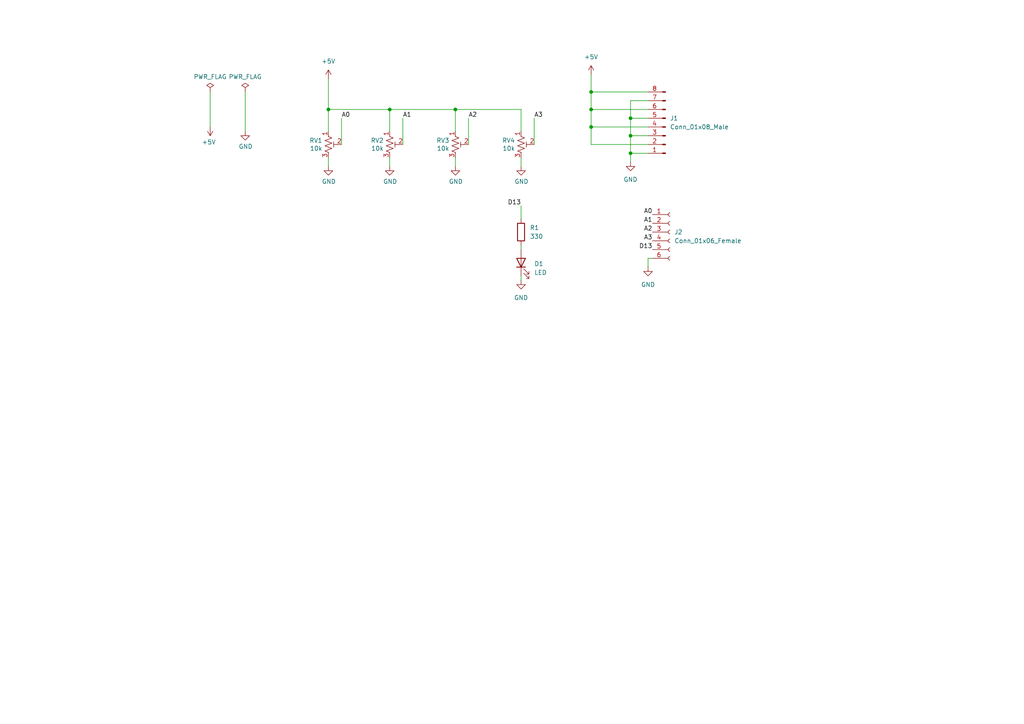
<source format=kicad_sch>
(kicad_sch (version 20211123) (generator eeschema)
  (paper "A4")
  (lib_symbols
    (symbol "Connector:Conn_01x06_Female" (pin_names (offset 1.016) hide)
      (property "Reference" "J" (at 0 7.62 0))
      (property "Value" "Conn_01x06_Female" (at 0 -10.16 0))
      (symbol "Conn_01x06_Female_1_1"
        (arc (start 0 -7.112) (mid -0.508 -7.62) (end 0 -8.128) (stroke (width 0.1524)))
        (arc (start 0 -4.572) (mid -0.508 -5.08) (end 0 -5.588) (stroke (width 0.1524)))
        (arc (start 0 -2.032) (mid -0.508 -2.54) (end 0 -3.048) (stroke (width 0.1524)))
        (polyline (pts (xy -1.27 -7.62) (xy -0.508 -7.62)) (stroke (width 0.1524)))
        (polyline (pts (xy -1.27 -5.08) (xy -0.508 -5.08)) (stroke (width 0.1524)))
        (polyline (pts (xy -1.27 -2.54) (xy -0.508 -2.54)) (stroke (width 0.1524)))
        (polyline (pts (xy -1.27 0) (xy -0.508 0)) (stroke (width 0.1524)))
        (polyline (pts (xy -1.27 2.54) (xy -0.508 2.54)) (stroke (width 0.1524)))
        (polyline (pts (xy -1.27 5.08) (xy -0.508 5.08)) (stroke (width 0.1524)))
        (arc (start 0 0.508) (mid -0.508 0) (end 0 -0.508) (stroke (width 0.1524)))
        (arc (start 0 3.048) (mid -0.508 2.54) (end 0 2.032) (stroke (width 0.1524)))
        (arc (start 0 5.588) (mid -0.508 5.08) (end 0 4.572) (stroke (width 0.1524)))
        (pin passive line (at -5.08 5.08 0) (length 3.81) (name "Pin_1") (number "1"))
        (pin passive line (at -5.08 2.54 0) (length 3.81) (name "Pin_2") (number "2"))
        (pin passive line (at -5.08 0 0) (length 3.81) (name "Pin_3") (number "3"))
        (pin passive line (at -5.08 -2.54 0) (length 3.81) (name "Pin_4") (number "4"))
        (pin passive line (at -5.08 -5.08 0) (length 3.81) (name "Pin_5") (number "5"))
        (pin passive line (at -5.08 -7.62 0) (length 3.81) (name "Pin_6") (number "6"))
      )
    )
    (symbol "Connector:Conn_01x08_Male" (pin_names (offset 1.016) hide)
      (property "Reference" "J" (at 0 10.16 0))
      (property "Value" "Conn_01x08_Male" (at 0 -12.7 0))
      (symbol "Conn_01x08_Male_1_1"
        (polyline (pts (xy 1.27 -10.16) (xy 0.8636 -10.16)) (stroke (width 0.1524)))
        (polyline (pts (xy 1.27 -7.62) (xy 0.8636 -7.62)) (stroke (width 0.1524)))
        (polyline (pts (xy 1.27 -5.08) (xy 0.8636 -5.08)) (stroke (width 0.1524)))
        (polyline (pts (xy 1.27 -2.54) (xy 0.8636 -2.54)) (stroke (width 0.1524)))
        (polyline (pts (xy 1.27 0) (xy 0.8636 0)) (stroke (width 0.1524)))
        (polyline (pts (xy 1.27 2.54) (xy 0.8636 2.54)) (stroke (width 0.1524)))
        (polyline (pts (xy 1.27 5.08) (xy 0.8636 5.08)) (stroke (width 0.1524)))
        (polyline (pts (xy 1.27 7.62) (xy 0.8636 7.62)) (stroke (width 0.1524)))
        (rectangle (start 0.8636 -10.033) (end 0 -10.287) (stroke (width 0.1524)) (fill (type outline)))
        (rectangle (start 0.8636 -7.493) (end 0 -7.747) (stroke (width 0.1524)) (fill (type outline)))
        (rectangle (start 0.8636 -4.953) (end 0 -5.207) (stroke (width 0.1524)) (fill (type outline)))
        (rectangle (start 0.8636 -2.413) (end 0 -2.667) (stroke (width 0.1524)) (fill (type outline)))
        (rectangle (start 0.8636 0.127) (end 0 -0.127) (stroke (width 0.1524)) (fill (type outline)))
        (rectangle (start 0.8636 2.667) (end 0 2.413) (stroke (width 0.1524)) (fill (type outline)))
        (rectangle (start 0.8636 5.207) (end 0 4.953) (stroke (width 0.1524)) (fill (type outline)))
        (rectangle (start 0.8636 7.747) (end 0 7.493) (stroke (width 0.1524)) (fill (type outline)))
        (pin passive line (at 5.08 7.62 180) (length 3.81) (name "Pin_1") (number "1"))
        (pin passive line (at 5.08 5.08 180) (length 3.81) (name "Pin_2") (number "2"))
        (pin passive line (at 5.08 2.54 180) (length 3.81) (name "Pin_3") (number "3"))
        (pin passive line (at 5.08 0 180) (length 3.81) (name "Pin_4") (number "4"))
        (pin passive line (at 5.08 -2.54 180) (length 3.81) (name "Pin_5") (number "5"))
        (pin passive line (at 5.08 -5.08 180) (length 3.81) (name "Pin_6") (number "6"))
        (pin passive line (at 5.08 -7.62 180) (length 3.81) (name "Pin_7") (number "7"))
        (pin passive line (at 5.08 -10.16 180) (length 3.81) (name "Pin_8") (number "8"))
      )
    )
    (symbol "Device:LED" (pin_numbers hide) (pin_names (offset 1.016) hide)
      (property "Reference" "D" (at 0 2.54 0))
      (property "Value" "LED" (at 0 -2.54 0))
      (symbol "LED_0_1"
        (polyline (pts (xy -1.27 -1.27) (xy -1.27 1.27)) (stroke (width 0.254)))
        (polyline (pts (xy -1.27 0) (xy 1.27 0)))
        (polyline (pts (xy 1.27 -1.27) (xy 1.27 1.27) (xy -1.27 0) (xy 1.27 -1.27)) (stroke (width 0.254)))
        (polyline (pts (xy -3.048 -0.762) (xy -4.572 -2.286) (xy -3.81 -2.286) (xy -4.572 -2.286) (xy -4.572 -1.524)))
        (polyline (pts (xy -1.778 -0.762) (xy -3.302 -2.286) (xy -2.54 -2.286) (xy -3.302 -2.286) (xy -3.302 -1.524)))
      )
      (symbol "LED_1_1"
        (pin passive line (at -3.81 0 0) (length 2.54) (name "K") (number "1"))
        (pin passive line (at 3.81 0 180) (length 2.54) (name "A") (number "2"))
      )
    )
    (symbol "Device:R" (pin_numbers hide) (pin_names (offset 0))
      (property "Reference" "R" (at 2.032 0 90))
      (property "Value" "R" (at 0 0 90))
      (symbol "R_0_1"
        (rectangle (start -1.016 -2.54) (end 1.016 2.54) (stroke (width 0.254)))
      )
      (symbol "R_1_1"
        (pin passive line (at 0 3.81 270) (length 1.27) (name "~") (number "1"))
        (pin passive line (at 0 -3.81 90) (length 1.27) (name "~") (number "2"))
      )
    )
    (symbol "Photo_Resistor_Sensing-rescue:+5V-power" (power) (pin_names (offset 0))
      (property "Value" "+5V-power" (at 0 3.556 0))
      (symbol "+5V-power_0_1"
        (polyline (pts (xy -0.762 1.27) (xy 0 2.54)))
        (polyline (pts (xy 0 0) (xy 0 2.54)))
        (polyline (pts (xy 0 2.54) (xy 0.762 1.27)))
      )
      (symbol "+5V-power_1_1"
        (pin power_in line (at 0 0 90) (length 0) hide (name "+5V") (number "1"))
      )
    )
    (symbol "Photo_Resistor_Sensing-rescue:GND-power" (power) (pin_names (offset 0))
      (property "Value" "GND-power" (at 0 -3.81 0))
      (symbol "GND-power_0_1"
        (polyline (pts (xy 0 0) (xy 0 -1.27) (xy 1.27 -1.27) (xy 0 -2.54) (xy -1.27 -1.27) (xy 0 -1.27)))
      )
      (symbol "GND-power_1_1"
        (pin power_in line (at 0 0 270) (length 0) hide (name "GND") (number "1"))
      )
    )
    (symbol "Photo_Resistor_Sensing-rescue:PWR_FLAG-power" (power) (pin_numbers hide) (pin_names (offset 0) hide)
      (property "Value" "PWR_FLAG-power" (at 0 3.81 0))
      (symbol "PWR_FLAG-power_0_0"
        (pin power_out line (at 0 0 90) (length 0) (name "pwr") (number "1"))
      )
      (symbol "PWR_FLAG-power_0_1"
        (polyline (pts (xy 0 0) (xy 0 1.27) (xy -1.016 1.905) (xy 0 2.54) (xy 1.016 1.905) (xy 0 1.27)))
      )
    )
    (symbol "Photo_Resistor_Sensing-rescue:R_POT_TRIM_US-Device" (pin_names (offset 1.016) hide)
      (property "Reference" "RV" (at -4.445 0 90))
      (property "Value" "R_POT_TRIM_US-Device" (at -2.54 0 90))
      (symbol "R_POT_TRIM_US-Device_0_1"
        (polyline (pts (xy 0 -2.286) (xy 0 -2.54)))
        (polyline (pts (xy 0 2.286) (xy 0 2.54)))
        (polyline (pts (xy 1.524 0.762) (xy 1.524 -0.762)))
        (polyline (pts (xy 2.54 0) (xy 1.524 0)))
        (polyline (pts (xy 0 -0.762) (xy 1.016 -1.143) (xy 0 -1.524) (xy -1.016 -1.905) (xy 0 -2.286)))
        (polyline (pts (xy 0 0.762) (xy 1.016 0.381) (xy 0 0) (xy -1.016 -0.381) (xy 0 -0.762)))
        (polyline (pts (xy 0 2.286) (xy 1.016 1.905) (xy 0 1.524) (xy -1.016 1.143) (xy 0 0.762)))
      )
      (symbol "R_POT_TRIM_US-Device_1_1"
        (pin passive line (at 0 3.81 270) (length 1.27) (name "1") (number "1"))
        (pin passive line (at 3.81 0 180) (length 1.27) (name "2") (number "2"))
        (pin passive line (at 0 -3.81 90) (length 1.27) (name "3") (number "3"))
      )
    )
    (symbol "power:+5V" (power) (pin_names (offset 0))
      (property "Value" "+5V" (at 0 3.556 0))
      (symbol "+5V_0_1"
        (polyline (pts (xy -0.762 1.27) (xy 0 2.54)))
        (polyline (pts (xy 0 0) (xy 0 2.54)))
        (polyline (pts (xy 0 2.54) (xy 0.762 1.27)))
      )
      (symbol "+5V_1_1"
        (pin power_in line (at 0 0 90) (length 0) hide (name "+5V") (number "1"))
      )
    )
    (symbol "power:GND" (power) (pin_names (offset 0))
      (property "Value" "GND" (at 0 -3.81 0))
      (symbol "GND_0_1"
        (polyline (pts (xy 0 0) (xy 0 -1.27) (xy 1.27 -1.27) (xy 0 -2.54) (xy -1.27 -1.27) (xy 0 -1.27)))
      )
      (symbol "GND_1_1"
        (pin power_in line (at 0 0 270) (length 0) hide (name "GND") (number "1"))
      )
    )
  )
  (junction (at 182.88 39.37))
  (junction (at 113.03 31.75))
  (junction (at 171.45 36.83))
  (junction (at 171.45 31.75))
  (junction (at 132.08 31.75))
  (junction (at 95.25 31.75))
  (junction (at 171.45 26.67))
  (junction (at 182.88 34.29))
  (junction (at 182.88 44.45))
  (wire (pts (xy 182.88 34.29) (xy 182.88 39.37)))
  (wire (pts (xy 182.88 34.29) (xy 187.96 34.29)))
  (wire (pts (xy 113.03 38.1) (xy 113.03 31.75)))
  (wire (pts (xy 95.25 45.72) (xy 95.25 48.26)))
  (wire (pts (xy 171.45 36.83) (xy 171.45 31.75)))
  (wire (pts (xy 151.13 45.72) (xy 151.13 48.26)))
  (wire (pts (xy 132.08 31.75) (xy 113.03 31.75)))
  (wire (pts (xy 135.89 41.91) (xy 135.89 34.29)))
  (wire (pts (xy 171.45 31.75) (xy 187.96 31.75)))
  (wire (pts (xy 187.96 74.93) (xy 187.96 77.47)))
  (wire (pts (xy 151.13 31.75) (xy 132.08 31.75)))
  (wire (pts (xy 171.45 36.83) (xy 187.96 36.83)))
  (wire (pts (xy 187.96 39.37) (xy 182.88 39.37)))
  (wire (pts (xy 171.45 41.91) (xy 187.96 41.91)))
  (wire (pts (xy 171.45 21.59) (xy 171.45 26.67)))
  (wire (pts (xy 116.84 41.91) (xy 116.84 34.29)))
  (wire (pts (xy 189.23 74.93) (xy 187.96 74.93)))
  (wire (pts (xy 182.88 29.21) (xy 182.88 34.29)))
  (wire (pts (xy 151.13 38.1) (xy 151.13 31.75)))
  (wire (pts (xy 151.13 59.69) (xy 151.13 63.5)))
  (wire (pts (xy 132.08 45.72) (xy 132.08 48.26)))
  (wire (pts (xy 113.03 31.75) (xy 95.25 31.75)))
  (wire (pts (xy 151.13 71.12) (xy 151.13 72.39)))
  (wire (pts (xy 187.96 29.21) (xy 182.88 29.21)))
  (wire (pts (xy 95.25 22.86) (xy 95.25 31.75)))
  (wire (pts (xy 99.06 41.91) (xy 99.06 34.29)))
  (wire (pts (xy 151.13 80.01) (xy 151.13 81.28)))
  (wire (pts (xy 71.12 26.67) (xy 71.12 38.1)))
  (wire (pts (xy 113.03 45.72) (xy 113.03 48.26)))
  (wire (pts (xy 182.88 39.37) (xy 182.88 44.45)))
  (wire (pts (xy 182.88 44.45) (xy 182.88 46.99)))
  (wire (pts (xy 171.45 26.67) (xy 187.96 26.67)))
  (wire (pts (xy 60.96 26.67) (xy 60.96 36.83)))
  (wire (pts (xy 182.88 44.45) (xy 187.96 44.45)))
  (wire (pts (xy 154.94 41.91) (xy 154.94 34.29)))
  (wire (pts (xy 171.45 31.75) (xy 171.45 26.67)))
  (wire (pts (xy 95.25 38.1) (xy 95.25 31.75)))
  (wire (pts (xy 132.08 38.1) (xy 132.08 31.75)))
  (wire (pts (xy 171.45 41.91) (xy 171.45 36.83)))
  (label "A1" (at 116.84 34.29 0))
  (label "A2" (at 135.89 34.29 0))
  (label "A1" (at 189.23 64.77 180))
  (label "D13" (at 189.23 72.39 180))
  (label "A0" (at 99.06 34.29 0))
  (label "D13" (at 151.13 59.69 180))
  (label "A3" (at 189.23 69.85 180))
  (label "A3" (at 154.94 34.29 0))
  (label "A2" (at 189.23 67.31 180))
  (label "A0" (at 189.23 62.23 180))
  (symbol (lib_id "Photo_Resistor_Sensing-rescue:+5V-power") (at 60.96 36.83 180) (unit 1)
    (property "Reference" "#PWR0101" (effects hide))
    (property "Value" "+5V" (at 60.579 41.2242 0))
  )
  (symbol (lib_id "Photo_Resistor_Sensing-rescue:PWR_FLAG-power") (at 60.96 26.67 0) (unit 1)
    (property "Reference" "#FLG0101" (effects hide))
    (property "Value" "PWR_FLAG" (at 60.96 22.2758 0))
  )
  (symbol (lib_id "Photo_Resistor_Sensing-rescue:PWR_FLAG-power") (at 71.12 26.67 0) (unit 1)
    (property "Reference" "#FLG0102" (effects hide))
    (property "Value" "PWR_FLAG" (at 71.12 22.2758 0))
  )
  (symbol (lib_id "Photo_Resistor_Sensing-rescue:GND-power") (at 71.12 38.1 0) (unit 1)
    (property "Reference" "#PWR0102" (effects hide))
    (property "Value" "GND" (at 71.247 42.4942 0))
  )
  (symbol (lib_id "Photo_Resistor_Sensing-rescue:R_POT_TRIM_US-Device") (at 95.25 41.91 0) (unit 1)
    (property "Reference" "RV1" (at 93.5228 40.7416 0) (effects (justify right)))
    (property "Value" "10k" (at 93.5228 43.053 0) (effects (justify right)))
    (property "Footprint" "Potentiometer_THT:Potentiometer_Bourns_3386P_Vertical" (effects hide))
  )
  (symbol (lib_id "Photo_Resistor_Sensing-rescue:R_POT_TRIM_US-Device") (at 113.03 41.91 0) (unit 1)
    (property "Reference" "RV2" (at 111.3028 40.7416 0) (effects (justify right)))
    (property "Value" "10k" (at 111.3028 43.053 0) (effects (justify right)))
    (property "Footprint" "Potentiometer_THT:Potentiometer_Bourns_3386P_Vertical" (effects hide))
  )
  (symbol (lib_id "Photo_Resistor_Sensing-rescue:R_POT_TRIM_US-Device") (at 132.08 41.91 0) (unit 1)
    (property "Reference" "RV3" (at 130.3528 40.7416 0) (effects (justify right)))
    (property "Value" "10k" (at 130.3528 43.053 0) (effects (justify right)))
    (property "Footprint" "Potentiometer_THT:Potentiometer_Bourns_3386P_Vertical" (effects hide))
  )
  (symbol (lib_id "Photo_Resistor_Sensing-rescue:R_POT_TRIM_US-Device") (at 151.13 41.91 0) (unit 1)
    (property "Reference" "RV4" (at 149.4028 40.7416 0) (effects (justify right)))
    (property "Value" "10k" (at 149.4028 43.053 0) (effects (justify right)))
    (property "Footprint" "Potentiometer_THT:Potentiometer_Bourns_3386P_Vertical" (effects hide))
  )
  (symbol (lib_id "Photo_Resistor_Sensing-rescue:GND-power") (at 95.25 48.26 0) (unit 1)
    (property "Reference" "#PWR0103" (effects hide))
    (property "Value" "GND" (at 95.377 52.6542 0))
  )
  (symbol (lib_id "Photo_Resistor_Sensing-rescue:GND-power") (at 113.03 48.26 0) (unit 1)
    (property "Reference" "#PWR0104" (effects hide))
    (property "Value" "GND" (at 113.157 52.6542 0))
  )
  (symbol (lib_id "Photo_Resistor_Sensing-rescue:GND-power") (at 132.08 48.26 0) (unit 1)
    (property "Reference" "#PWR0105" (effects hide))
    (property "Value" "GND" (at 132.207 52.6542 0))
  )
  (symbol (lib_id "Photo_Resistor_Sensing-rescue:GND-power") (at 151.13 48.26 0) (unit 1)
    (property "Reference" "#PWR0106" (effects hide))
    (property "Value" "GND" (at 151.257 52.6542 0))
  )
  (symbol (lib_id "power:+5V") (at 171.45 21.59 0) (unit 1)
    (property "Reference" "#PWR0108" (effects hide))
    (property "Value" "+5V" (at 171.45 16.51 0))
  )
  (symbol (lib_id "Device:R") (at 151.13 67.31 0) (unit 1)
    (property "Reference" "R1" (at 153.67 66.0399 0) (effects (justify left)))
    (property "Value" "330" (at 153.67 68.5799 0) (effects (justify left)))
    (property "Footprint" "Resistor_THT:R_Axial_DIN0207_L6.3mm_D2.5mm_P10.16mm_Horizontal" (effects hide))
  )
  (symbol (lib_id "power:GND") (at 151.13 81.28 0) (unit 1)
    (property "Reference" "#PWR0109" (effects hide))
    (property "Value" "GND" (at 151.13 86.36 0))
  )
  (symbol (lib_id "power:GND") (at 182.88 46.99 0) (unit 1)
    (property "Reference" "#PWR0107" (effects hide))
    (property "Value" "GND" (at 182.88 52.07 0))
  )
  (symbol (lib_id "power:GND") (at 187.96 77.47 0) (unit 1)
    (property "Reference" "#PWR0110" (effects hide))
    (property "Value" "GND" (at 187.96 82.55 0))
  )
  (symbol (lib_id "Connector:Conn_01x08_Male") (at 193.04 36.83 180) (unit 1)
    (property "Reference" "J1" (at 194.31 34.2899 0) (effects (justify right)))
    (property "Value" "Conn_01x08_Male" (at 194.31 36.8299 0) (effects (justify right)))
    (property "Footprint" "Connector_PinHeader_2.54mm:PinHeader_1x08_P2.54mm_Vertical" (effects hide))
  )
  (symbol (lib_id "Connector:Conn_01x06_Female") (at 194.31 67.31 0) (unit 1)
    (property "Reference" "J2" (at 195.58 67.3099 0) (effects (justify left)))
    (property "Value" "Conn_01x06_Female" (at 195.58 69.8499 0) (effects (justify left)))
    (property "Footprint" "Connector_PinHeader_2.54mm:PinHeader_1x06_P2.54mm_Vertical" (effects hide))
  )
  (symbol (lib_id "power:+5V") (at 95.25 22.86 0) (unit 1)
    (property "Reference" "#PWR0113" (effects hide))
    (property "Value" "+5V" (at 95.25 17.78 0))
  )
  (symbol (lib_id "Device:LED") (at 151.13 76.2 90) (unit 1)
    (property "Reference" "D1" (at 154.94 76.5174 90) (effects (justify right)))
    (property "Value" "LED" (at 154.94 79.0574 90) (effects (justify right)))
    (property "Footprint" "LED_THT:LED_D5.0mm" (effects hide))
  )
)
</source>
